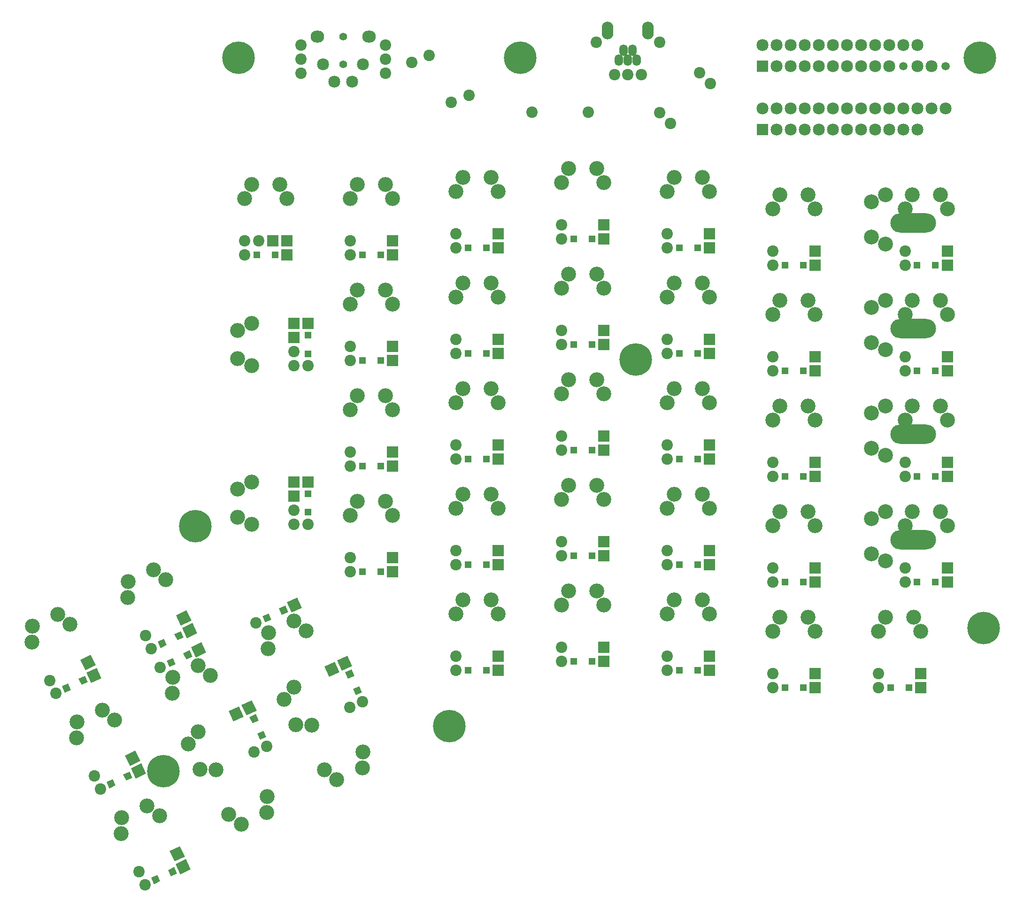
<source format=gts>
G04 #@! TF.FileFunction,Soldermask,Top*
%FSLAX46Y46*%
G04 Gerber Fmt 4.6, Leading zero omitted, Abs format (unit mm)*
G04 Created by KiCad (PCBNEW 4.0.1-stable) date 6/16/2016 12:04:13 AM*
%MOMM*%
G01*
G04 APERTURE LIST*
%ADD10C,0.150000*%
%ADD11C,5.867400*%
%ADD12O,1.549400X2.057400*%
%ADD13O,2.108200X3.200400*%
%ADD14C,2.057400*%
%ADD15R,2.057400X2.057400*%
%ADD16C,2.692400*%
%ADD17R,2.159000X2.159000*%
%ADD18C,2.159000*%
%ADD19O,2.463800X2.159000*%
%ADD20C,1.397000*%
%ADD21R,1.244600X1.244600*%
%ADD22C,2.689860*%
%ADD23C,2.687320*%
%ADD24O,8.242300X3.479800*%
%ADD25C,1.498600*%
G04 APERTURE END LIST*
D10*
D11*
X53898800Y-165836600D03*
X59664600Y-121666000D03*
X105435400Y-157759400D03*
X201777600Y-140055600D03*
X139039600Y-91592400D03*
X201142600Y-37134800D03*
X118211600Y-37134800D03*
X67411600Y-37134800D03*
D12*
X139242800Y-37553900D03*
X138442700Y-35806380D03*
X137642600Y-37553900D03*
X136842500Y-35806380D03*
X136042400Y-37553900D03*
D13*
X133995160Y-32230060D03*
X141290040Y-32230060D03*
D14*
X140055600Y-40259000D03*
X143357600Y-34417000D03*
X137642600Y-40259000D03*
X131927600Y-34417000D03*
X135229600Y-40259000D03*
X53341367Y-147187736D03*
D10*
G36*
X54985576Y-147107661D02*
X54459585Y-145979670D01*
X55587576Y-145453679D01*
X56113567Y-146581670D01*
X54985576Y-147107661D01*
X54985576Y-147107661D01*
G37*
G36*
X59749862Y-145334450D02*
X58880367Y-143469813D01*
X60745004Y-142600318D01*
X61614499Y-144464955D01*
X59749862Y-145334450D01*
X59749862Y-145334450D01*
G37*
G36*
X58001224Y-145701441D02*
X57475233Y-144573450D01*
X58603224Y-144047459D01*
X59129215Y-145175450D01*
X58001224Y-145701441D01*
X58001224Y-145701441D01*
G37*
D14*
X70605747Y-139135936D03*
D10*
G36*
X72249956Y-139055861D02*
X71723965Y-137927870D01*
X72851956Y-137401879D01*
X73377947Y-138529870D01*
X72249956Y-139055861D01*
X72249956Y-139055861D01*
G37*
G36*
X77014242Y-137282650D02*
X76144747Y-135418013D01*
X78009384Y-134548518D01*
X78878879Y-136413155D01*
X77014242Y-137282650D01*
X77014242Y-137282650D01*
G37*
G36*
X75265604Y-137649641D02*
X74739613Y-136521650D01*
X75867604Y-135995659D01*
X76393595Y-137123650D01*
X75265604Y-137649641D01*
X75265604Y-137649641D01*
G37*
D14*
X77470000Y-118755160D03*
D15*
X77470000Y-116215160D03*
D14*
X77470000Y-90180160D03*
D15*
X77470000Y-87640160D03*
D14*
X71120000Y-70180200D03*
D15*
X73660000Y-70180200D03*
D16*
X77434621Y-138754526D03*
X72753017Y-143740174D03*
X79659082Y-140519823D03*
X72830577Y-140901427D03*
X60170241Y-146806326D03*
X55488637Y-151791974D03*
X62394702Y-148571623D03*
X55566197Y-148953227D03*
X85176179Y-167376434D03*
X89857783Y-162390786D03*
X82951718Y-165611137D03*
X89780223Y-165229533D03*
X67909259Y-175425694D03*
X72590863Y-170440046D03*
X65684798Y-173660397D03*
X72513303Y-173278793D03*
D14*
X152499602Y-41810398D03*
X145315398Y-48994602D03*
X150594602Y-39905398D03*
X143410398Y-47089602D03*
X130492500Y-46990000D03*
X120332500Y-46990000D03*
X101817898Y-36730398D03*
X109002102Y-43914602D03*
X98642898Y-38000398D03*
X105827102Y-45184602D03*
X78740000Y-40005000D03*
X78740000Y-37465000D03*
X78740000Y-34925000D03*
X93980000Y-40005000D03*
X93980000Y-37465000D03*
X93980000Y-34925000D03*
D17*
X161925000Y-50165000D03*
D18*
X164465000Y-50165000D03*
X167005000Y-50165000D03*
X169545000Y-50165000D03*
X172085000Y-50165000D03*
X174625000Y-50165000D03*
X177165000Y-50165000D03*
X179705000Y-50165000D03*
X182245000Y-50165000D03*
X184785000Y-50165000D03*
X187325000Y-50165000D03*
X189865000Y-50165000D03*
X189865000Y-34925000D03*
X187325000Y-34925000D03*
X184785000Y-34925000D03*
X182245000Y-34925000D03*
X179705000Y-34925000D03*
X177165000Y-34925000D03*
X174625000Y-34925000D03*
X167005000Y-34925000D03*
X164465000Y-34925000D03*
X161925000Y-34925000D03*
X172085000Y-34925000D03*
X169545000Y-34925000D03*
D19*
X90957400Y-33375600D03*
D18*
X82702400Y-38379400D03*
X87909400Y-41478200D03*
D19*
X81661000Y-33375600D03*
D18*
X84709000Y-41478200D03*
X89916000Y-38379400D03*
D20*
X86309200Y-33375600D03*
X86309200Y-38379400D03*
D16*
X74930000Y-60020200D03*
X68580000Y-62560200D03*
X76200000Y-62560200D03*
X69850000Y-60020200D03*
D14*
X68580000Y-70180200D03*
D15*
X76200000Y-70180200D03*
D14*
X68580000Y-72720200D03*
D15*
X76200000Y-72720200D03*
D21*
X70726300Y-72720200D03*
X74053700Y-72720200D03*
D16*
X67310000Y-86370160D03*
X69850000Y-92720160D03*
X69850000Y-85100160D03*
X67310000Y-91450160D03*
D14*
X77470000Y-92720160D03*
D15*
X77470000Y-85100160D03*
D14*
X80010000Y-92720160D03*
D15*
X80010000Y-85100160D03*
D21*
X80010000Y-90573860D03*
X80010000Y-87246460D03*
D16*
X67310000Y-114945160D03*
X69850000Y-121295160D03*
X69850000Y-113675160D03*
X67310000Y-120025160D03*
D14*
X77470000Y-121295160D03*
D15*
X77470000Y-113675160D03*
D14*
X80010000Y-121295160D03*
D15*
X80010000Y-113675160D03*
D21*
X80010000Y-119148860D03*
X80010000Y-115821460D03*
D16*
X189230000Y-138122660D03*
X182880000Y-140662660D03*
X190500000Y-140662660D03*
X184150000Y-138122660D03*
D14*
X182880000Y-148282660D03*
D15*
X190500000Y-148282660D03*
D14*
X182880000Y-150822660D03*
D15*
X190500000Y-150822660D03*
D21*
X185026300Y-150822660D03*
X188353700Y-150822660D03*
D16*
X93980000Y-79067660D03*
X87630000Y-81607660D03*
X95250000Y-81607660D03*
X88900000Y-79067660D03*
D14*
X87630000Y-89227660D03*
D15*
X95250000Y-89227660D03*
D14*
X87630000Y-91767660D03*
D15*
X95250000Y-91767660D03*
D21*
X89776300Y-91767660D03*
X93103700Y-91767660D03*
D16*
X42903321Y-154855586D03*
X38221717Y-159841234D03*
X45127782Y-156620883D03*
X38299277Y-157002487D03*
D14*
X41442068Y-166747299D03*
D10*
G36*
X47850562Y-164894014D02*
X46981067Y-163029377D01*
X48845704Y-162159882D01*
X49715199Y-164024519D01*
X47850562Y-164894014D01*
X47850562Y-164894014D01*
G37*
D14*
X42515518Y-169049321D03*
D10*
G36*
X48924013Y-167196036D02*
X48054518Y-165331399D01*
X49919155Y-164461904D01*
X50788650Y-166326541D01*
X48924013Y-167196036D01*
X48924013Y-167196036D01*
G37*
G36*
X44159727Y-168969246D02*
X43633736Y-167841255D01*
X44761727Y-167315264D01*
X45287718Y-168443255D01*
X44159727Y-168969246D01*
X44159727Y-168969246D01*
G37*
G36*
X47175375Y-167563026D02*
X46649384Y-166435035D01*
X47777375Y-165909044D01*
X48303366Y-167037035D01*
X47175375Y-167563026D01*
X47175375Y-167563026D01*
G37*
D16*
X50955121Y-172122506D03*
X46273517Y-177108154D03*
X53179582Y-173887803D03*
X46351077Y-174269407D03*
D14*
X49493868Y-184014219D03*
D10*
G36*
X55902362Y-182160934D02*
X55032867Y-180296297D01*
X56897504Y-179426802D01*
X57766999Y-181291439D01*
X55902362Y-182160934D01*
X55902362Y-182160934D01*
G37*
D14*
X50567318Y-186316241D03*
D10*
G36*
X56975813Y-184462956D02*
X56106318Y-182598319D01*
X57970955Y-181728824D01*
X58840450Y-183593461D01*
X56975813Y-184462956D01*
X56975813Y-184462956D01*
G37*
G36*
X52211527Y-186236166D02*
X51685536Y-185108175D01*
X52813527Y-184582184D01*
X53339518Y-185710175D01*
X52211527Y-186236166D01*
X52211527Y-186236166D01*
G37*
G36*
X55227175Y-184829946D02*
X54701184Y-183701955D01*
X55829175Y-183175964D01*
X56355166Y-184303955D01*
X55227175Y-184829946D01*
X55227175Y-184829946D01*
G37*
D16*
X34854061Y-137591206D03*
X30172457Y-142576854D03*
X37078522Y-139356503D03*
X30250017Y-139738107D03*
D14*
X33392808Y-149482919D03*
D10*
G36*
X39801302Y-147629634D02*
X38931807Y-145764997D01*
X40796444Y-144895502D01*
X41665939Y-146760139D01*
X39801302Y-147629634D01*
X39801302Y-147629634D01*
G37*
D14*
X34466258Y-151784941D03*
D10*
G36*
X40874753Y-149931656D02*
X40005258Y-148067019D01*
X41869895Y-147197524D01*
X42739390Y-149062161D01*
X40874753Y-149931656D01*
X40874753Y-149931656D01*
G37*
G36*
X36110467Y-151704866D02*
X35584476Y-150576875D01*
X36712467Y-150050884D01*
X37238458Y-151178875D01*
X36110467Y-151704866D01*
X36110467Y-151704866D01*
G37*
G36*
X39126115Y-150298646D02*
X38600124Y-149170655D01*
X39728115Y-148644664D01*
X40254106Y-149772655D01*
X39126115Y-150298646D01*
X39126115Y-150298646D01*
G37*
D16*
X52118441Y-129541946D03*
X47436837Y-134527594D03*
X54342902Y-131307243D03*
X47514397Y-131688847D03*
D14*
X50657188Y-141433659D03*
D10*
G36*
X57065682Y-139580374D02*
X56196187Y-137715737D01*
X58060824Y-136846242D01*
X58930319Y-138710879D01*
X57065682Y-139580374D01*
X57065682Y-139580374D01*
G37*
D14*
X51730638Y-143735681D03*
D10*
G36*
X58139133Y-141882396D02*
X57269638Y-140017759D01*
X59134275Y-139148264D01*
X60003770Y-141012901D01*
X58139133Y-141882396D01*
X58139133Y-141882396D01*
G37*
G36*
X53374847Y-143655606D02*
X52848856Y-142527615D01*
X53976847Y-142001624D01*
X54502838Y-143129615D01*
X53374847Y-143655606D01*
X53374847Y-143655606D01*
G37*
G36*
X56390495Y-142249386D02*
X55864504Y-141121395D01*
X56992495Y-140595404D01*
X57518486Y-141723395D01*
X56390495Y-142249386D01*
X56390495Y-142249386D01*
G37*
D16*
X170180000Y-61925200D03*
X163830000Y-64465200D03*
X171450000Y-64465200D03*
X165100000Y-61925200D03*
D14*
X163830000Y-72085200D03*
D15*
X171450000Y-72085200D03*
D14*
X163830000Y-74625200D03*
D15*
X171450000Y-74625200D03*
D21*
X165976300Y-74625200D03*
X169303700Y-74625200D03*
D16*
X151130000Y-58747660D03*
X144780000Y-61287660D03*
X152400000Y-61287660D03*
X146050000Y-58747660D03*
D14*
X144780000Y-68907660D03*
D15*
X152400000Y-68907660D03*
D14*
X144780000Y-71447660D03*
D15*
X152400000Y-71447660D03*
D21*
X146926300Y-71447660D03*
X150253700Y-71447660D03*
D16*
X132080000Y-57150000D03*
X125730000Y-59690000D03*
X133350000Y-59690000D03*
X127000000Y-57150000D03*
D14*
X125730000Y-67310000D03*
D15*
X133350000Y-67310000D03*
D14*
X125730000Y-69850000D03*
D15*
X133350000Y-69850000D03*
D21*
X127876300Y-69850000D03*
X131203700Y-69850000D03*
D16*
X113030000Y-58747660D03*
X106680000Y-61287660D03*
X114300000Y-61287660D03*
X107950000Y-58747660D03*
D14*
X106680000Y-68907660D03*
D15*
X114300000Y-68907660D03*
D14*
X106680000Y-71447660D03*
D15*
X114300000Y-71447660D03*
D21*
X108826300Y-71447660D03*
X112153700Y-71447660D03*
D16*
X151130000Y-134947660D03*
X144780000Y-137487660D03*
X152400000Y-137487660D03*
X146050000Y-134947660D03*
D14*
X144780000Y-145107660D03*
D15*
X152400000Y-145107660D03*
D14*
X144780000Y-147647660D03*
D15*
X152400000Y-147647660D03*
D21*
X146926300Y-147647660D03*
X150253700Y-147647660D03*
D16*
X170180000Y-80972660D03*
X163830000Y-83512660D03*
X171450000Y-83512660D03*
X165100000Y-80972660D03*
D14*
X163830000Y-91132660D03*
D15*
X171450000Y-91132660D03*
D14*
X163830000Y-93672660D03*
D15*
X171450000Y-93672660D03*
D21*
X165976300Y-93672660D03*
X169303700Y-93672660D03*
D16*
X132080000Y-76200000D03*
X125730000Y-78740000D03*
X133350000Y-78740000D03*
X127000000Y-76200000D03*
D14*
X125730000Y-86360000D03*
D15*
X133350000Y-86360000D03*
D14*
X125730000Y-88900000D03*
D15*
X133350000Y-88900000D03*
D21*
X127876300Y-88900000D03*
X131203700Y-88900000D03*
D16*
X113030000Y-77797660D03*
X106680000Y-80337660D03*
X114300000Y-80337660D03*
X107950000Y-77797660D03*
D14*
X106680000Y-87957660D03*
D15*
X114300000Y-87957660D03*
D14*
X106680000Y-90497660D03*
D15*
X114300000Y-90497660D03*
D21*
X108826300Y-90497660D03*
X112153700Y-90497660D03*
D16*
X170180000Y-100022660D03*
X163830000Y-102562660D03*
X171450000Y-102562660D03*
X165100000Y-100022660D03*
D14*
X163830000Y-110182660D03*
D15*
X171450000Y-110182660D03*
D14*
X163830000Y-112722660D03*
D15*
X171450000Y-112722660D03*
D21*
X165976300Y-112722660D03*
X169303700Y-112722660D03*
D16*
X151130000Y-96847660D03*
X144780000Y-99387660D03*
X152400000Y-99387660D03*
X146050000Y-96847660D03*
D14*
X144780000Y-107007660D03*
D15*
X152400000Y-107007660D03*
D14*
X144780000Y-109547660D03*
D15*
X152400000Y-109547660D03*
D21*
X146926300Y-109547660D03*
X150253700Y-109547660D03*
D16*
X132080000Y-95250000D03*
X125730000Y-97790000D03*
X133350000Y-97790000D03*
X127000000Y-95250000D03*
D14*
X125730000Y-105410000D03*
D15*
X133350000Y-105410000D03*
D14*
X125730000Y-107950000D03*
D15*
X133350000Y-107950000D03*
D21*
X127876300Y-107950000D03*
X131203700Y-107950000D03*
D16*
X113030000Y-96847660D03*
X106680000Y-99387660D03*
X114300000Y-99387660D03*
X107950000Y-96847660D03*
D14*
X106680000Y-107007660D03*
D15*
X114300000Y-107007660D03*
D14*
X106680000Y-109547660D03*
D15*
X114300000Y-109547660D03*
D21*
X108826300Y-109547660D03*
X112153700Y-109547660D03*
D16*
X93980000Y-98117660D03*
X87630000Y-100657660D03*
X95250000Y-100657660D03*
X88900000Y-98117660D03*
D14*
X87630000Y-108277660D03*
D15*
X95250000Y-108277660D03*
D14*
X87630000Y-110817660D03*
D15*
X95250000Y-110817660D03*
D21*
X89776300Y-110817660D03*
X93103700Y-110817660D03*
D16*
X170180000Y-119072660D03*
X163830000Y-121612660D03*
X171450000Y-121612660D03*
X165100000Y-119072660D03*
D14*
X163830000Y-129232660D03*
D15*
X171450000Y-129232660D03*
D14*
X163830000Y-131772660D03*
D15*
X171450000Y-131772660D03*
D21*
X165976300Y-131772660D03*
X169303700Y-131772660D03*
D16*
X151130000Y-115897660D03*
X144780000Y-118437660D03*
X152400000Y-118437660D03*
X146050000Y-115897660D03*
D14*
X144780000Y-126057660D03*
D15*
X152400000Y-126057660D03*
D14*
X144780000Y-128597660D03*
D15*
X152400000Y-128597660D03*
D21*
X146926300Y-128597660D03*
X150253700Y-128597660D03*
D16*
X132080000Y-114300000D03*
X125730000Y-116840000D03*
X133350000Y-116840000D03*
X127000000Y-114300000D03*
D14*
X125730000Y-124460000D03*
D15*
X133350000Y-124460000D03*
D14*
X125730000Y-127000000D03*
D15*
X133350000Y-127000000D03*
D21*
X127876300Y-127000000D03*
X131203700Y-127000000D03*
D16*
X113030000Y-115897660D03*
X106680000Y-118437660D03*
X114300000Y-118437660D03*
X107950000Y-115897660D03*
D14*
X106680000Y-126057660D03*
D15*
X114300000Y-126057660D03*
D14*
X106680000Y-128597660D03*
D15*
X114300000Y-128597660D03*
D21*
X108826300Y-128597660D03*
X112153700Y-128597660D03*
D16*
X93980000Y-117167660D03*
X87630000Y-119707660D03*
X95250000Y-119707660D03*
X88900000Y-117167660D03*
D14*
X87630000Y-127327660D03*
D15*
X95250000Y-127327660D03*
D14*
X87630000Y-129867660D03*
D15*
X95250000Y-129867660D03*
D21*
X89776300Y-129867660D03*
X93103700Y-129867660D03*
D16*
X170180000Y-138122660D03*
X163830000Y-140662660D03*
X171450000Y-140662660D03*
X165100000Y-138122660D03*
D14*
X163830000Y-148282660D03*
D15*
X171450000Y-148282660D03*
D14*
X163830000Y-150822660D03*
D15*
X171450000Y-150822660D03*
D21*
X165976300Y-150822660D03*
X169303700Y-150822660D03*
D16*
X132080000Y-133350000D03*
X125730000Y-135890000D03*
X133350000Y-135890000D03*
X127000000Y-133350000D03*
D14*
X125730000Y-143510000D03*
D15*
X133350000Y-143510000D03*
D14*
X125730000Y-146050000D03*
D15*
X133350000Y-146050000D03*
D21*
X127876300Y-146050000D03*
X131203700Y-146050000D03*
D16*
X113030000Y-134947660D03*
X106680000Y-137487660D03*
X114300000Y-137487660D03*
X107950000Y-134947660D03*
D14*
X106680000Y-145107660D03*
D15*
X114300000Y-145107660D03*
D14*
X106680000Y-147647660D03*
D15*
X114300000Y-147647660D03*
D21*
X108826300Y-147647660D03*
X112153700Y-147647660D03*
D16*
X75625366Y-152910359D03*
X80611014Y-157591963D03*
X77390663Y-150685898D03*
X77772267Y-157514403D03*
D14*
X87517079Y-154371612D03*
D10*
G36*
X85663794Y-147963118D02*
X83799157Y-148832613D01*
X82929662Y-146967976D01*
X84794299Y-146098481D01*
X85663794Y-147963118D01*
X85663794Y-147963118D01*
G37*
D14*
X89819101Y-153298162D03*
D10*
G36*
X87965816Y-146889667D02*
X86101179Y-147759162D01*
X85231684Y-145894525D01*
X87096321Y-145025030D01*
X87965816Y-146889667D01*
X87965816Y-146889667D01*
G37*
G36*
X89739026Y-151653953D02*
X88611035Y-152179944D01*
X88085044Y-151051953D01*
X89213035Y-150525962D01*
X89739026Y-151653953D01*
X89739026Y-151653953D01*
G37*
G36*
X88332806Y-148638305D02*
X87204815Y-149164296D01*
X86678824Y-148036305D01*
X87806815Y-147510314D01*
X88332806Y-148638305D01*
X88332806Y-148638305D01*
G37*
D16*
X58360986Y-160962159D03*
X63346634Y-165643763D03*
X60126283Y-158737698D03*
X60507887Y-165566203D03*
D14*
X70252699Y-162423412D03*
D10*
G36*
X68399414Y-156014918D02*
X66534777Y-156884413D01*
X65665282Y-155019776D01*
X67529919Y-154150281D01*
X68399414Y-156014918D01*
X68399414Y-156014918D01*
G37*
D14*
X72554721Y-161349962D03*
D10*
G36*
X70701436Y-154941467D02*
X68836799Y-155810962D01*
X67967304Y-153946325D01*
X69831941Y-153076830D01*
X70701436Y-154941467D01*
X70701436Y-154941467D01*
G37*
G36*
X72474646Y-159705753D02*
X71346655Y-160231744D01*
X70820664Y-159103753D01*
X71948655Y-158577762D01*
X72474646Y-159705753D01*
X72474646Y-159705753D01*
G37*
G36*
X71068426Y-156690105D02*
X69940435Y-157216096D01*
X69414444Y-156088105D01*
X70542435Y-155562114D01*
X71068426Y-156690105D01*
X71068426Y-156690105D01*
G37*
D16*
X151130000Y-77797660D03*
X144780000Y-80337660D03*
X152400000Y-80337660D03*
X146050000Y-77797660D03*
D14*
X144780000Y-87957660D03*
D15*
X152400000Y-87957660D03*
D14*
X144780000Y-90497660D03*
D15*
X152400000Y-90497660D03*
D21*
X146926300Y-90497660D03*
X150253700Y-90497660D03*
D16*
X93980000Y-60020200D03*
X87630000Y-62560200D03*
X95250000Y-62560200D03*
X88900000Y-60020200D03*
D14*
X87630000Y-70180200D03*
D15*
X95250000Y-70180200D03*
D14*
X87630000Y-72720200D03*
D15*
X95250000Y-72720200D03*
D21*
X89776300Y-72720200D03*
X93103700Y-72720200D03*
D16*
X193992500Y-61925200D03*
X187642500Y-64465200D03*
D22*
X195262500Y-64465200D03*
D16*
X188912500Y-61925200D03*
D14*
X187642500Y-72085200D03*
D15*
X195262500Y-72085200D03*
D14*
X187642500Y-74625200D03*
D15*
X195262500Y-74625200D03*
D21*
X189788800Y-74625200D03*
X193116200Y-74625200D03*
D23*
X181610000Y-63195200D03*
X184150000Y-61925200D03*
X184150000Y-70815200D03*
X181610000Y-69545200D03*
D24*
X189069980Y-67005200D03*
D16*
X193992500Y-80972660D03*
X187642500Y-83512660D03*
D22*
X195262500Y-83512660D03*
D16*
X188912500Y-80972660D03*
D14*
X187642500Y-91132660D03*
D15*
X195262500Y-91132660D03*
D14*
X187642500Y-93672660D03*
D15*
X195262500Y-93672660D03*
D21*
X189788800Y-93672660D03*
X193116200Y-93672660D03*
D23*
X181610000Y-82242660D03*
X184150000Y-80972660D03*
X184150000Y-89862660D03*
X181610000Y-88592660D03*
D24*
X189069980Y-86052660D03*
D16*
X193992500Y-100022660D03*
X187642500Y-102562660D03*
D22*
X195262500Y-102562660D03*
D16*
X188912500Y-100022660D03*
D14*
X187642500Y-110182660D03*
D15*
X195262500Y-110182660D03*
D14*
X187642500Y-112722660D03*
D15*
X195262500Y-112722660D03*
D21*
X189788800Y-112722660D03*
X193116200Y-112722660D03*
D23*
X181610000Y-101292660D03*
X184150000Y-100022660D03*
X184150000Y-108912660D03*
X181610000Y-107642660D03*
D24*
X189069980Y-105102660D03*
D16*
X193992500Y-119072660D03*
X187642500Y-121612660D03*
D22*
X195262500Y-121612660D03*
D16*
X188912500Y-119072660D03*
D14*
X187642500Y-129232660D03*
D15*
X195262500Y-129232660D03*
D14*
X187642500Y-131772660D03*
D15*
X195262500Y-131772660D03*
D21*
X189788800Y-131772660D03*
X193116200Y-131772660D03*
D23*
X181610000Y-120342660D03*
X184150000Y-119072660D03*
X184150000Y-127962660D03*
X181610000Y-126692660D03*
D24*
X189069980Y-124152660D03*
D18*
X164450000Y-38710000D03*
X166990000Y-38710000D03*
X169530000Y-38710000D03*
X172070000Y-38710000D03*
X174610000Y-38710000D03*
X177150000Y-38710000D03*
X179690000Y-38710000D03*
X182230000Y-38710000D03*
X184770000Y-38710000D03*
D25*
X187310000Y-38710000D03*
D18*
X189850000Y-38710000D03*
X192390000Y-38710000D03*
D25*
X194930000Y-38710000D03*
D17*
X161910000Y-38710000D03*
D18*
X194930000Y-46330000D03*
X192390000Y-46330000D03*
X189850000Y-46330000D03*
X187310000Y-46330000D03*
X184770000Y-46330000D03*
X182230000Y-46330000D03*
X179690000Y-46330000D03*
X177150000Y-46330000D03*
X174610000Y-46330000D03*
X172070000Y-46330000D03*
X169530000Y-46330000D03*
X166990000Y-46330000D03*
X164450000Y-46330000D03*
X161910000Y-46330000D03*
M02*

</source>
